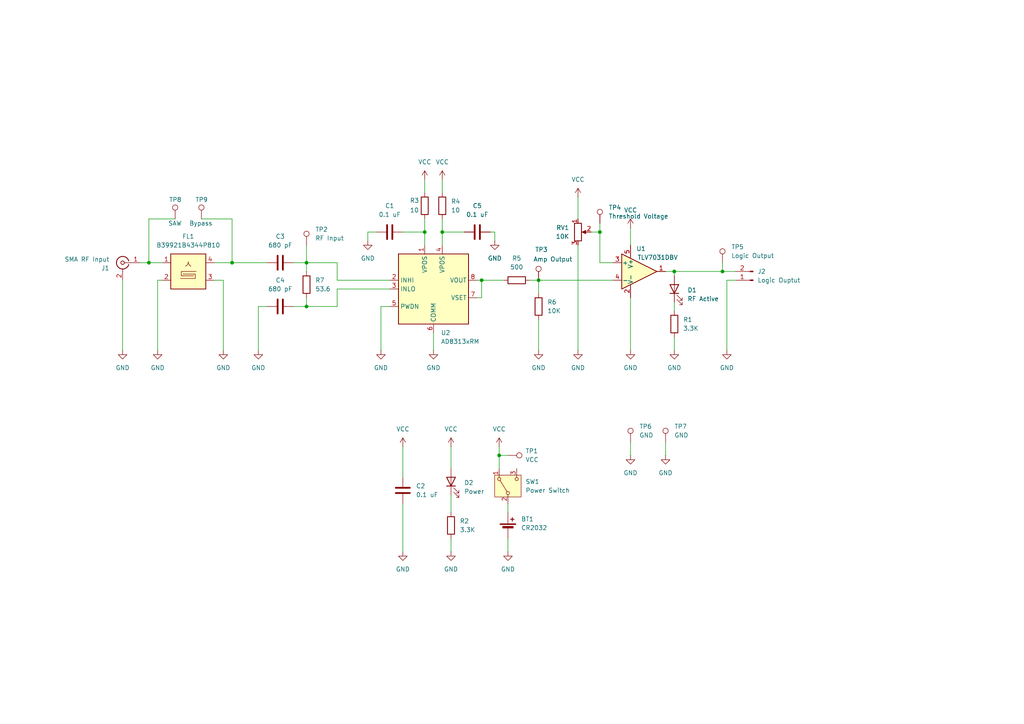
<source format=kicad_sch>
(kicad_sch (version 20250114) (generator "eeschema") (generator_version "9.0")
  (paper "A4")
  (lib_symbols
    (symbol "Comparator:TLV7031DBV" (pin_names (offset 0.127))
      (property "Reference" "U" (at -1.27 6.35 0))
      (property "Value" "TLV7031DBV" (at -1.27 3.81 0))
      (symbol "TLV7031DBV_0_1"
        (polyline (pts (xy -5.08 5.08) (xy 5.08 0) (xy -5.08 -5.08) (xy -5.08 5.08)) (stroke (width 0.254)) (fill (type background)))
        (pin power_in line (at -2.54 7.62 270) (length 3.81) (name "V+") (number "5"))
        (pin power_in line (at -2.54 -7.62 90) (length 3.81) (name "V-") (number "2"))
      )
      (symbol "TLV7031DBV_1_1"
        (pin input line (at -7.62 2.54 0) (length 2.54) (name "+") (number "3"))
        (pin input line (at -7.62 -2.54 0) (length 2.54) (name "-") (number "4"))
        (pin output line (at 7.62 0 180) (length 2.54) (name "~") (number "1"))
      )
    )
    (symbol "Connector:Conn_01x02_Pin" (pin_names (offset 1.016) (hide yes))
      (property "Reference" "J" (at 0 2.54 0))
      (property "Value" "Conn_01x02_Pin" (at 0 -5.08 0))
      (symbol "Conn_01x02_Pin_1_1"
        (rectangle (start 0.8636 0.127) (end 0 -0.127) (stroke (width 0.1524)) (fill (type outline)))
        (rectangle (start 0.8636 -2.413) (end 0 -2.667) (stroke (width 0.1524)) (fill (type outline)))
        (polyline (pts (xy 1.27 0) (xy 0.8636 0)) (stroke (width 0.1524)))
        (polyline (pts (xy 1.27 -2.54) (xy 0.8636 -2.54)) (stroke (width 0.1524)))
        (pin passive line (at 5.08 0 180) (length 3.81) (name "Pin_1") (number "1"))
        (pin passive line (at 5.08 -2.54 180) (length 3.81) (name "Pin_2") (number "2"))
      )
    )
    (symbol "Connector:Conn_Coaxial" (pin_names (offset 1.016) (hide yes))
      (property "Reference" "J" (at 0.254 3.048 0))
      (property "Value" "Conn_Coaxial" (at 2.921 0 90))
      (symbol "Conn_Coaxial_0_1"
        (polyline (pts (xy -2.54 0) (xy -0.508 0)))
        (arc (start 1.778 0) (mid 0.222 -1.8079) (end -1.778 -0.508) (stroke (width 0.254)))
        (arc (start -1.778 0.508) (mid 0.2221 1.8084) (end 1.778 0) (stroke (width 0.254)))
        (circle (center 0 0) (radius 0.508) (stroke (width 0.2032)))
        (polyline (pts (xy 0 -2.54) (xy 0 -1.778)))
      )
      (symbol "Conn_Coaxial_1_1"
        (pin passive line (at -5.08 0 0) (length 2.54) (name "In") (number "1"))
        (pin passive line (at 0 -5.08 90) (length 2.54) (name "Ext") (number "2"))
      )
    )
    (symbol "Connector:TestPoint" (pin_numbers (hide yes)) (pin_names (offset 0.762) (hide yes))
      (property "Reference" "TP" (at 0 6.858 0))
      (property "Value" "TestPoint" (at 0 5.08 0))
      (symbol "TestPoint_0_1"
        (circle (center 0 3.302) (radius 0.762))
      )
      (symbol "TestPoint_1_1"
        (pin passive line (at 0 0 90) (length 2.54) (name "1") (number "1"))
      )
    )
    (symbol "Device:Battery_Cell" (pin_numbers (hide yes)) (pin_names (offset 0) (hide yes))
      (property "Reference" "BT" (at 2.54 2.54 0))
      (property "Value" "Battery_Cell" (at 2.54 0 0))
      (symbol "Battery_Cell_0_1"
        (rectangle (start -2.286 1.778) (end 2.286 1.524) (fill (type outline)))
        (rectangle (start -1.524 1.016) (end 1.524 0.508) (fill (type outline)))
        (polyline (pts (xy 0 1.778) (xy 0 2.54)))
        (polyline (pts (xy 0 0.762) (xy 0 0)))
        (polyline (pts (xy 0.762 3.048) (xy 1.778 3.048)) (stroke (width 0.254)))
        (polyline (pts (xy 1.27 3.556) (xy 1.27 2.54)) (stroke (width 0.254)))
      )
      (symbol "Battery_Cell_1_1"
        (pin passive line (at 0 5.08 270) (length 2.54) (name "+") (number "1"))
        (pin passive line (at 0 -2.54 90) (length 2.54) (name "-") (number "2"))
      )
    )
    (symbol "Device:C" (pin_numbers (hide yes)) (pin_names (offset 0.254))
      (property "Reference" "C" (at 0.635 2.54 0))
      (property "Value" "C" (at 0.635 -2.54 0))
      (symbol "C_0_1"
        (polyline (pts (xy -2.032 0.762) (xy 2.032 0.762)) (stroke (width 0.508)))
        (polyline (pts (xy -2.032 -0.762) (xy 2.032 -0.762)) (stroke (width 0.508)))
      )
      (symbol "C_1_1"
        (pin passive line (at 0 3.81 270) (length 2.794) (name "~") (number "1"))
        (pin passive line (at 0 -3.81 90) (length 2.794) (name "~") (number "2"))
      )
    )
    (symbol "Device:LED" (pin_numbers (hide yes)) (pin_names (offset 1.016) (hide yes))
      (property "Reference" "D" (at 0 2.54 0))
      (property "Value" "LED" (at 0 -2.54 0))
      (symbol "LED_0_1"
        (polyline (pts (xy -3.048 -0.762) (xy -4.572 -2.286) (xy -3.81 -2.286) (xy -4.572 -2.286) (xy -4.572 -1.524)))
        (polyline (pts (xy -1.778 -0.762) (xy -3.302 -2.286) (xy -2.54 -2.286) (xy -3.302 -2.286) (xy -3.302 -1.524)))
        (polyline (pts (xy -1.27 0) (xy 1.27 0)))
        (polyline (pts (xy -1.27 -1.27) (xy -1.27 1.27)) (stroke (width 0.254)))
        (polyline (pts (xy 1.27 -1.27) (xy 1.27 1.27) (xy -1.27 0) (xy 1.27 -1.27)) (stroke (width 0.254)))
      )
      (symbol "LED_1_1"
        (pin passive line (at -3.81 0 0) (length 2.54) (name "K") (number "1"))
        (pin passive line (at 3.81 0 180) (length 2.54) (name "A") (number "2"))
      )
    )
    (symbol "Device:R" (pin_numbers (hide yes)) (pin_names (offset 0))
      (property "Reference" "R" (at 2.032 0 90))
      (property "Value" "R" (at 0 0 90))
      (symbol "R_0_1"
        (rectangle (start -1.016 -2.54) (end 1.016 2.54) (stroke (width 0.254)))
      )
      (symbol "R_1_1"
        (pin passive line (at 0 3.81 270) (length 1.27) (name "~") (number "1"))
        (pin passive line (at 0 -3.81 90) (length 1.27) (name "~") (number "2"))
      )
    )
    (symbol "Device:R_Potentiometer" (pin_names (offset 1.016) (hide yes))
      (property "Reference" "RV" (at -4.445 0 90))
      (property "Value" "R_Potentiometer" (at -2.54 0 90))
      (symbol "R_Potentiometer_0_1"
        (rectangle (start 1.016 2.54) (end -1.016 -2.54) (stroke (width 0.254)))
        (polyline (pts (xy 1.143 0) (xy 2.286 0.508) (xy 2.286 -0.508) (xy 1.143 0)) (fill (type outline)))
        (polyline (pts (xy 2.54 0) (xy 1.524 0)))
      )
      (symbol "R_Potentiometer_1_1"
        (pin passive line (at 0 3.81 270) (length 1.27) (name "1") (number "1"))
        (pin passive line (at 0 -3.81 90) (length 1.27) (name "3") (number "3"))
        (pin passive line (at 3.81 0 180) (length 1.27) (name "2") (number "2"))
      )
    )
    (symbol "Filter:SAFFA942MFM0F0A" (pin_names (offset 1.016))
      (property "Reference" "FL" (at 2.54 -6.35 0))
      (property "Value" "SAFFA942MFM0F0A" (at 0 6.35 0))
      (symbol "SAFFA942MFM0F0A_0_1"
        (rectangle (start -5.08 5.08) (end 5.08 -5.08) (stroke (width 0.254)) (fill (type background)))
        (polyline (pts (xy -1.524 -0.762) (xy -1.27 -0.762)))
        (polyline (pts (xy -1.524 -1.27) (xy -2.032 -1.27) (xy -2.032 0) (xy 2.286 0)))
        (arc (start 0 2.794) (mid -0.1994 2.05) (end -0.762 1.524))
        (arc (start 0.762 1.524) (mid 0.2071 2.0547) (end 0 2.794))
        (polyline (pts (xy 1.524 -0.762) (xy -1.27 -0.762)))
        (polyline (pts (xy 1.524 -0.762) (xy 2.032 -0.762) (xy 2.032 -2.032) (xy -2.286 -2.032)))
        (polyline (pts (xy 1.524 -1.27) (xy -1.524 -1.27)))
      )
      (symbol "SAFFA942MFM0F0A_1_1"
        (pin passive line (at -7.62 2.54 0) (length 2.54) (name "~") (number "1"))
        (pin passive line (at -7.62 -2.54 0) (length 2.54) (name "~") (number "2"))
        (pin passive line (at -7.62 -2.54 0) (length 2.54) (hide yes) (name "~") (number "5"))
        (pin passive line (at 7.62 2.54 180) (length 2.54) (name "~") (number "4"))
        (pin passive line (at 7.62 -2.54 180) (length 2.54) (name "~") (number "3"))
      )
    )
    (symbol "RF_Amplifier:AD8313xRM"
      (property "Reference" "U" (at 5.08 17.78 0))
      (property "Value" "AD8313xRM" (at 7.62 15.24 0))
      (symbol "AD8313xRM_0_1"
        (rectangle (start -10.16 10.16) (end 10.16 -10.16) (stroke (width 0.254)) (fill (type background)))
      )
      (symbol "AD8313xRM_1_1"
        (pin input line (at -12.7 2.54 0) (length 2.54) (name "INHI") (number "2"))
        (pin input line (at -12.7 0 0) (length 2.54) (name "INLO") (number "3"))
        (pin input line (at -12.7 -5.08 0) (length 2.54) (name "PWDN") (number "5"))
        (pin power_in line (at -2.54 12.7 270) (length 2.54) (name "VPOS") (number "1"))
        (pin power_in line (at 0 -12.7 90) (length 2.54) (name "COMM") (number "6"))
        (pin power_in line (at 2.54 12.7 270) (length 2.54) (name "VPOS") (number "4"))
        (pin output line (at 12.7 2.54 180) (length 2.54) (name "VOUT") (number "8"))
        (pin input line (at 12.7 -2.54 180) (length 2.54) (name "VSET") (number "7"))
      )
    )
    (symbol "Switch:SW_SPDT" (pin_names (offset 0) (hide yes))
      (property "Reference" "SW" (at 0 5.08 0))
      (property "Value" "SW_SPDT" (at 0 -5.08 0))
      (symbol "SW_SPDT_0_1"
        (circle (center -2.032 0) (radius 0.4572))
        (polyline (pts (xy -1.651 0.254) (xy 1.651 2.286)))
        (circle (center 2.032 2.54) (radius 0.4572))
        (circle (center 2.032 -2.54) (radius 0.4572))
      )
      (symbol "SW_SPDT_1_1"
        (rectangle (start -3.175 3.81) (end 3.175 -3.81) (fill (type background)))
        (pin passive line (at -5.08 0 0) (length 2.54) (name "B") (number "2"))
        (pin passive line (at 5.08 2.54 180) (length 2.54) (name "A") (number "1"))
        (pin passive line (at 5.08 -2.54 180) (length 2.54) (name "C") (number "3"))
      )
    )
    (symbol "power:GND" (power) (pin_numbers (hide yes)) (pin_names (offset 0) (hide yes))
      (property "Value" "GND" (at 0 -3.81 0))
      (symbol "GND_0_1"
        (polyline (pts (xy 0 0) (xy 0 -1.27) (xy 1.27 -1.27) (xy 0 -2.54) (xy -1.27 -1.27) (xy 0 -1.27)))
      )
      (symbol "GND_1_1"
        (pin power_in line (at 0 0 270) (length 0) (name "~") (number "1"))
      )
    )
    (symbol "power:VCC" (power) (pin_numbers (hide yes)) (pin_names (offset 0) (hide yes))
      (property "Value" "VCC" (at 0 3.556 0))
      (symbol "VCC_0_1"
        (polyline (pts (xy -0.762 1.27) (xy 0 2.54)))
        (polyline (pts (xy 0 2.54) (xy 0.762 1.27)))
        (polyline (pts (xy 0 0) (xy 0 2.54)))
      )
      (symbol "VCC_1_1"
        (pin power_in line (at 0 0 90) (length 0) (name "~") (number "1"))
      )
    )
  )
  (junction (at 144.78 132.08))
  (junction (at 195.58 78.74))
  (junction (at 88.9 88.9))
  (junction (at 128.27 67.31))
  (junction (at 156.21 81.28))
  (junction (at 123.19 67.31))
  (junction (at 43.18 76.2))
  (junction (at 139.7 81.28))
  (junction (at 67.31 76.2))
  (junction (at 173.99 67.31))
  (junction (at 209.55 78.74))
  (junction (at 88.9 76.2))
  (wire (pts (xy 88.9 76.2) (xy 88.9 78.74)))
  (wire (pts (xy 153.67 81.28) (xy 156.21 81.28)))
  (wire (pts (xy 123.19 52.07) (xy 123.19 55.88)))
  (wire (pts (xy 116.84 129.54) (xy 116.84 138.43)))
  (wire (pts (xy 147.32 146.05) (xy 147.32 148.59)))
  (wire (pts (xy 193.04 78.74) (xy 195.58 78.74)))
  (wire (pts (xy 128.27 52.07) (xy 128.27 55.88)))
  (wire (pts (xy 193.04 128.27) (xy 193.04 132.08)))
  (wire (pts (xy 144.78 129.54) (xy 144.78 132.08)))
  (wire (pts (xy 139.7 81.28) (xy 146.05 81.28)))
  (wire (pts (xy 74.93 88.9) (xy 77.47 88.9)))
  (wire (pts (xy 110.49 88.9) (xy 110.49 101.6)))
  (wire (pts (xy 128.27 71.12) (xy 128.27 67.31)))
  (wire (pts (xy 64.77 81.28) (xy 64.77 101.6)))
  (wire (pts (xy 123.19 67.31) (xy 123.19 71.12)))
  (wire (pts (xy 210.82 81.28) (xy 210.82 101.6)))
  (wire (pts (xy 88.9 88.9) (xy 97.79 88.9)))
  (wire (pts (xy 213.36 81.28) (xy 210.82 81.28)))
  (wire (pts (xy 43.18 76.2) (xy 46.99 76.2)))
  (wire (pts (xy 182.88 86.36) (xy 182.88 101.6)))
  (wire (pts (xy 130.81 156.21) (xy 130.81 160.02)))
  (wire (pts (xy 88.9 76.2) (xy 97.79 76.2)))
  (wire (pts (xy 40.64 76.2) (xy 43.18 76.2)))
  (wire (pts (xy 35.56 81.28) (xy 35.56 101.6)))
  (wire (pts (xy 116.84 146.05) (xy 116.84 160.02)))
  (wire (pts (xy 88.9 86.36) (xy 88.9 88.9)))
  (wire (pts (xy 156.21 81.28) (xy 156.21 85.09)))
  (wire (pts (xy 113.03 88.9) (xy 110.49 88.9)))
  (wire (pts (xy 116.84 67.31) (xy 123.19 67.31)))
  (wire (pts (xy 45.72 81.28) (xy 45.72 101.6)))
  (wire (pts (xy 74.93 101.6) (xy 74.93 88.9)))
  (wire (pts (xy 97.79 76.2) (xy 97.79 81.28)))
  (wire (pts (xy 85.09 88.9) (xy 88.9 88.9)))
  (wire (pts (xy 195.58 97.79) (xy 195.58 101.6)))
  (wire (pts (xy 106.68 67.31) (xy 106.68 69.85)))
  (wire (pts (xy 62.23 76.2) (xy 67.31 76.2)))
  (wire (pts (xy 67.31 63.5) (xy 67.31 76.2)))
  (wire (pts (xy 182.88 66.04) (xy 182.88 71.12)))
  (wire (pts (xy 144.78 132.08) (xy 144.78 135.89)))
  (wire (pts (xy 195.58 78.74) (xy 209.55 78.74)))
  (wire (pts (xy 147.32 156.21) (xy 147.32 160.02)))
  (wire (pts (xy 173.99 67.31) (xy 173.99 76.2)))
  (wire (pts (xy 109.22 67.31) (xy 106.68 67.31)))
  (wire (pts (xy 138.43 86.36) (xy 139.7 86.36)))
  (wire (pts (xy 45.72 81.28) (xy 46.99 81.28)))
  (wire (pts (xy 142.24 67.31) (xy 143.51 67.31)))
  (wire (pts (xy 195.58 78.74) (xy 195.58 80.01)))
  (wire (pts (xy 139.7 81.28) (xy 139.7 86.36)))
  (wire (pts (xy 130.81 143.51) (xy 130.81 148.59)))
  (wire (pts (xy 125.73 96.52) (xy 125.73 101.6)))
  (wire (pts (xy 182.88 128.27) (xy 182.88 132.08)))
  (wire (pts (xy 209.55 76.2) (xy 209.55 78.74)))
  (wire (pts (xy 97.79 88.9) (xy 97.79 83.82)))
  (wire (pts (xy 143.51 67.31) (xy 143.51 69.85)))
  (wire (pts (xy 130.81 129.54) (xy 130.81 135.89)))
  (wire (pts (xy 171.45 67.31) (xy 173.99 67.31)))
  (wire (pts (xy 144.78 132.08) (xy 147.32 132.08)))
  (wire (pts (xy 50.8 63.5) (xy 43.18 63.5)))
  (wire (pts (xy 43.18 63.5) (xy 43.18 76.2)))
  (wire (pts (xy 167.64 71.12) (xy 167.64 101.6)))
  (wire (pts (xy 97.79 81.28) (xy 113.03 81.28)))
  (wire (pts (xy 156.21 92.71) (xy 156.21 101.6)))
  (wire (pts (xy 88.9 71.12) (xy 88.9 76.2)))
  (wire (pts (xy 167.64 57.15) (xy 167.64 63.5)))
  (wire (pts (xy 62.23 81.28) (xy 64.77 81.28)))
  (wire (pts (xy 123.19 67.31) (xy 123.19 63.5)))
  (wire (pts (xy 138.43 81.28) (xy 139.7 81.28)))
  (wire (pts (xy 173.99 64.77) (xy 173.99 67.31)))
  (wire (pts (xy 156.21 81.28) (xy 177.8 81.28)))
  (wire (pts (xy 128.27 67.31) (xy 134.62 67.31)))
  (wire (pts (xy 67.31 76.2) (xy 77.47 76.2)))
  (wire (pts (xy 195.58 87.63) (xy 195.58 90.17)))
  (wire (pts (xy 97.79 83.82) (xy 113.03 83.82)))
  (wire (pts (xy 58.42 63.5) (xy 67.31 63.5)))
  (wire (pts (xy 209.55 78.74) (xy 213.36 78.74)))
  (wire (pts (xy 128.27 63.5) (xy 128.27 67.31)))
  (wire (pts (xy 85.09 76.2) (xy 88.9 76.2)))
  (wire (pts (xy 173.99 76.2) (xy 177.8 76.2)))
  (symbol (lib_id "power:GND") (at 110.49 101.6 0) (unit 1)
    (property "Reference" "#PWR013" (effects (hide yes)))
    (property "Value" "GND" (at 110.49 106.68 0))
    (property "Description" "Power symbol creates a global label with name \"GND\" , ground" (effects (hide yes)))
  )
  (symbol (lib_id "Device:C") (at 81.28 76.2 90) (unit 1)
    (property "Reference" "C3" (at 81.28 68.58 90))
    (property "Value" "680 pF" (at 81.28 71.12 90))
    (property "Footprint" "Capacitor_SMD:C_0603_1608Metric_Pad1.08x0.95mm_HandSolder" (effects (hide yes)))
    (property "Description" "Unpolarized capacitor" (effects (hide yes)))
  )
  (symbol (lib_id "Device:C") (at 113.03 67.31 90) (unit 1)
    (property "Reference" "C1" (at 113.03 59.69 90))
    (property "Value" "0.1 uF" (at 113.03 62.23 90))
    (property "Footprint" "Capacitor_SMD:C_0603_1608Metric_Pad1.08x0.95mm_HandSolder" (effects (hide yes)))
    (property "Description" "Unpolarized capacitor" (effects (hide yes)))
  )
  (symbol (lib_id "Connector:TestPoint") (at 156.21 81.28 0) (unit 1)
    (property "Reference" "TP3" (at 155.194 72.39 0) (effects (justify left)))
    (property "Value" "Amp Output" (at 154.686 75.184 0) (effects (justify left)))
    (property "Footprint" "TestPoint:TestPoint_Loop_D2.54mm_Drill1.5mm_Beaded" (effects (hide yes)))
    (property "Description" "test point" (effects (hide yes)))
  )
  (symbol (lib_id "Connector:TestPoint") (at 173.99 64.77 0) (unit 1)
    (property "Reference" "TP4" (at 176.53 60.1979 0) (effects (justify left)))
    (property "Value" "Threshold Voltage" (at 176.53 62.7379 0) (effects (justify left)))
    (property "Footprint" "TestPoint:TestPoint_Loop_D2.54mm_Drill1.5mm_Beaded" (effects (hide yes)))
    (property "Description" "test point" (effects (hide yes)))
  )
  (symbol (lib_id "Device:Battery_Cell") (at 147.32 153.67 0) (unit 1)
    (property "Reference" "BT1" (at 151.13 150.5584 0) (effects (justify left)))
    (property "Value" "CR2032" (at 151.13 153.0984 0) (effects (justify left)))
    (property "Footprint" "Battery:BatteryHolder_MYOUNG_BS-07-A1BJ001_CR2032" (effects (hide yes)))
    (property "Description" "Single-cell battery" (effects (hide yes)))
  )
  (symbol (lib_id "Device:R") (at 156.21 88.9 180) (unit 1)
    (property "Reference" "R6" (at 158.75 87.6299 0) (effects (justify right)))
    (property "Value" "10K" (at 158.75 90.1699 0) (effects (justify right)))
    (property "Footprint" "Resistor_SMD:R_0603_1608Metric_Pad0.98x0.95mm_HandSolder" (effects (hide yes)))
    (property "Description" "Resistor" (effects (hide yes)))
  )
  (symbol (lib_id "power:GND") (at 74.93 101.6 0) (unit 1)
    (property "Reference" "#PWR021" (effects (hide yes)))
    (property "Value" "GND" (at 74.93 106.68 0))
    (property "Description" "Power symbol creates a global label with name \"GND\" , ground" (effects (hide yes)))
  )
  (symbol (lib_id "Connector:TestPoint") (at 58.42 63.5 0) (unit 1)
    (property "Reference" "TP9" (at 56.642 57.912 0) (effects (justify left)))
    (property "Value" "Bypass" (at 54.864 64.77 0) (effects (justify left)))
    (property "Footprint" "TestPoint:TestPoint_Pad_1.0x1.0mm" (effects (hide yes)))
    (property "Description" "test point" (effects (hide yes)))
  )
  (symbol (lib_id "power:GND") (at 167.64 101.6 0) (unit 1)
    (property "Reference" "#PWR09" (effects (hide yes)))
    (property "Value" "GND" (at 167.64 106.68 0))
    (property "Description" "Power symbol creates a global label with name \"GND\" , ground" (effects (hide yes)))
  )
  (symbol (lib_id "Filter:SAFFA942MFM0F0A") (at 54.61 78.74 0) (unit 1)
    (property "Reference" "FL1" (at 54.61 68.58 0))
    (property "Value" "B39921B4344P810" (at 54.61 71.12 0))
    (property "Footprint" "Filter:Filter_1411-5_1.4x1.1mm" (effects (hide yes)))
    (property "Datasheet" "https://www.murata.com/~/media/webrenewal/support/library/catalog/products/filter/rf/p73e.ashx?la=en" (effects (hide yes)))
    (property "Description" "Murata 942.5MHz SAW filter, SMD 1411" (effects (hide yes)))
  )
  (symbol (lib_id "power:GND") (at 210.82 101.6 0) (unit 1)
    (property "Reference" "#PWR08" (effects (hide yes)))
    (property "Value" "GND" (at 210.82 106.68 0))
    (property "Description" "Power symbol creates a global label with name \"GND\" , ground" (effects (hide yes)))
  )
  (symbol (lib_id "power:VCC") (at 128.27 52.07 0) (unit 1)
    (property "Reference" "#PWR019" (effects (hide yes)))
    (property "Value" "VCC" (at 128.27 46.99 0))
    (property "Description" "Power symbol creates a global label with name \"VCC\"" (effects (hide yes)))
  )
  (symbol (lib_id "power:VCC") (at 123.19 52.07 0) (unit 1)
    (property "Reference" "#PWR017" (effects (hide yes)))
    (property "Value" "VCC" (at 123.19 46.99 0))
    (property "Description" "Power symbol creates a global label with name \"VCC\"" (effects (hide yes)))
  )
  (symbol (lib_id "Device:R") (at 128.27 59.69 0) (unit 1)
    (property "Reference" "R4" (at 130.81 58.4199 0) (effects (justify left)))
    (property "Value" "10" (at 130.81 60.9599 0) (effects (justify left)))
    (property "Footprint" "Resistor_SMD:R_0603_1608Metric_Pad0.98x0.95mm_HandSolder" (effects (hide yes)))
    (property "Description" "Resistor" (effects (hide yes)))
  )
  (symbol (lib_id "Connector:Conn_Coaxial") (at 35.56 76.2 0) (mirror y) (unit 1)
    (property "Reference" "J1" (at 31.75 77.7633 0) (effects (justify left)))
    (property "Value" "SMA RF Input" (at 31.75 75.2233 0) (effects (justify left)))
    (property "Footprint" "Connector_Coaxial:SMA_Samtec_SMA-J-P-H-ST-EM1_EdgeMount" (effects (hide yes)))
    (property "Description" "coaxial connector (BNC, SMA, SMB, SMC, Cinch/RCA, LEMO, ...)" (effects (hide yes)))
  )
  (symbol (lib_id "power:GND") (at 147.32 160.02 0) (unit 1)
    (property "Reference" "#PWR01" (effects (hide yes)))
    (property "Value" "GND" (at 147.32 165.1 0))
    (property "Description" "Power symbol creates a global label with name \"GND\" , ground" (effects (hide yes)))
  )
  (symbol (lib_id "power:GND") (at 156.21 101.6 0) (unit 1)
    (property "Reference" "#PWR020" (effects (hide yes)))
    (property "Value" "GND" (at 156.21 106.68 0))
    (property "Description" "Power symbol creates a global label with name \"GND\" , ground" (effects (hide yes)))
  )
  (symbol (lib_id "power:VCC") (at 130.81 129.54 0) (unit 1)
    (property "Reference" "#PWR04" (effects (hide yes)))
    (property "Value" "VCC" (at 130.81 124.46 0))
    (property "Description" "Power symbol creates a global label with name \"VCC\"" (effects (hide yes)))
  )
  (symbol (lib_id "Connector:TestPoint") (at 193.04 128.27 0) (unit 1)
    (property "Reference" "TP7" (at 195.58 123.6979 0) (effects (justify left)))
    (property "Value" "GND" (at 195.58 126.2379 0) (effects (justify left)))
    (property "Footprint" "TestPoint:TestPoint_Loop_D2.54mm_Drill1.5mm_Beaded" (effects (hide yes)))
    (property "Description" "test point" (effects (hide yes)))
  )
  (symbol (lib_id "Device:R") (at 149.86 81.28 90) (unit 1)
    (property "Reference" "R5" (at 149.86 74.93 90))
    (property "Value" "500" (at 149.86 77.47 90))
    (property "Footprint" "Resistor_SMD:R_0603_1608Metric_Pad0.98x0.95mm_HandSolder" (effects (hide yes)))
    (property "Description" "Resistor" (effects (hide yes)))
  )
  (symbol (lib_id "power:GND") (at 143.51 69.85 0) (unit 1)
    (property "Reference" "#PWR018" (effects (hide yes)))
    (property "Value" "GND" (at 143.51 74.93 0))
    (property "Description" "Power symbol creates a global label with name \"GND\" , ground" (effects (hide yes)))
  )
  (symbol (lib_id "power:GND") (at 45.72 101.6 0) (unit 1)
    (property "Reference" "#PWR022" (effects (hide yes)))
    (property "Value" "GND" (at 45.72 106.68 0))
    (property "Description" "Power symbol creates a global label with name \"GND\" , ground" (effects (hide yes)))
  )
  (symbol (lib_id "power:GND") (at 106.68 69.85 0) (unit 1)
    (property "Reference" "#PWR016" (effects (hide yes)))
    (property "Value" "GND" (at 106.68 74.93 0))
    (property "Description" "Power symbol creates a global label with name \"GND\" , ground" (effects (hide yes)))
  )
  (symbol (lib_id "power:GND") (at 182.88 101.6 0) (unit 1)
    (property "Reference" "#PWR06" (effects (hide yes)))
    (property "Value" "GND" (at 182.88 106.68 0))
    (property "Description" "Power symbol creates a global label with name \"GND\" , ground" (effects (hide yes)))
  )
  (symbol (lib_id "Device:C") (at 81.28 88.9 90) (unit 1)
    (property "Reference" "C4" (at 81.28 81.28 90))
    (property "Value" "680 pF" (at 81.28 83.82 90))
    (property "Footprint" "Capacitor_SMD:C_0603_1608Metric_Pad1.08x0.95mm_HandSolder" (effects (hide yes)))
    (property "Description" "Unpolarized capacitor" (effects (hide yes)))
  )
  (symbol (lib_id "power:GND") (at 182.88 132.08 0) (unit 1)
    (property "Reference" "#PWR024" (effects (hide yes)))
    (property "Value" "GND" (at 182.88 137.16 0))
    (property "Description" "Power symbol creates a global label with name \"GND\" , ground" (effects (hide yes)))
  )
  (symbol (lib_id "Comparator:TLV7031DBV") (at 185.42 78.74 0) (unit 1)
    (property "Reference" "U1" (at 185.928 72.136 0))
    (property "Value" "TLV7031DBV" (at 190.754 74.676 0))
    (property "Footprint" "Package_TO_SOT_SMD:SOT-23-5" (effects (hide yes)))
    (property "Datasheet" "https://www.ti.com/lit/ds/symlink/tlv7031.pdf" (effects (hide yes)))
    (property "Description" "Single, 1.6V-6.5V, 315nA Quiescent, Push-Pull Output, Comparator, SOT-23-5/SC-70" (effects (hide yes)))
  )
  (symbol (lib_id "Connector:Conn_01x02_Pin") (at 218.44 81.28 180) (unit 1)
    (property "Reference" "J2" (at 219.71 78.7399 0) (effects (justify right)))
    (property "Value" "Logic Ouptut" (at 219.71 81.2799 0) (effects (justify right)))
    (property "Footprint" "Connector_PinHeader_2.54mm:PinHeader_1x02_P2.54mm_Vertical" (effects (hide yes)))
    (property "Description" "Generic connector, single row, 01x02, script generated" (effects (hide yes)))
  )
  (symbol (lib_id "power:GND") (at 64.77 101.6 0) (unit 1)
    (property "Reference" "#PWR023" (effects (hide yes)))
    (property "Value" "GND" (at 64.77 106.68 0))
    (property "Description" "Power symbol creates a global label with name \"GND\" , ground" (effects (hide yes)))
  )
  (symbol (lib_id "Switch:SW_SPDT") (at 147.32 140.97 90) (unit 1)
    (property "Reference" "SW1" (at 152.4 139.6999 90) (effects (justify right)))
    (property "Value" "Power Switch" (at 152.4 142.2399 90) (effects (justify right)))
    (property "Footprint" "Button_Switch_SMD:SW_SPDT_CK_JS102011SAQN" (effects (hide yes)))
    (property "Description" "Switch, single pole double throw" (effects (hide yes)))
  )
  (symbol (lib_id "Device:LED") (at 195.58 83.82 90) (unit 1)
    (property "Reference" "D1" (at 199.39 84.1374 90) (effects (justify right)))
    (property "Value" "RF Active" (at 199.39 86.6774 90) (effects (justify right)))
    (property "Footprint" "LED_SMD:LED_0603_1608Metric" (effects (hide yes)))
    (property "Description" "Light emitting diode" (effects (hide yes)))
    (property "Sim.Pins" "1=K 2=A" (effects (hide yes)))
  )
  (symbol (lib_id "power:GND") (at 195.58 101.6 0) (unit 1)
    (property "Reference" "#PWR011" (effects (hide yes)))
    (property "Value" "GND" (at 195.58 106.68 0))
    (property "Description" "Power symbol creates a global label with name \"GND\" , ground" (effects (hide yes)))
  )
  (symbol (lib_id "power:GND") (at 35.56 101.6 0) (unit 1)
    (property "Reference" "#PWR012" (effects (hide yes)))
    (property "Value" "GND" (at 35.56 106.68 0))
    (property "Description" "Power symbol creates a global label with name \"GND\" , ground" (effects (hide yes)))
  )
  (symbol (lib_id "Connector:TestPoint") (at 50.8 63.5 0) (unit 1)
    (property "Reference" "TP8" (at 49.022 57.912 0) (effects (justify left)))
    (property "Value" "SAW" (at 48.768 64.77 0) (effects (justify left)))
    (property "Footprint" "TestPoint:TestPoint_Pad_1.0x1.0mm" (effects (hide yes)))
    (property "Description" "test point" (effects (hide yes)))
  )
  (symbol (lib_id "Device:R") (at 195.58 93.98 0) (unit 1)
    (property "Reference" "R1" (at 198.12 92.7099 0) (effects (justify left)))
    (property "Value" "3.3K" (at 198.12 95.2499 0) (effects (justify left)))
    (property "Footprint" "Resistor_SMD:R_0603_1608Metric_Pad0.98x0.95mm_HandSolder" (effects (hide yes)))
    (property "Description" "Resistor" (effects (hide yes)))
  )
  (symbol (lib_id "power:GND") (at 116.84 160.02 0) (unit 1)
    (property "Reference" "#PWR015" (effects (hide yes)))
    (property "Value" "GND" (at 116.84 165.1 0))
    (property "Description" "Power symbol creates a global label with name \"GND\" , ground" (effects (hide yes)))
  )
  (symbol (lib_id "power:GND") (at 130.81 160.02 0) (unit 1)
    (property "Reference" "#PWR03" (effects (hide yes)))
    (property "Value" "GND" (at 130.81 165.1 0))
    (property "Description" "Power symbol creates a global label with name \"GND\" , ground" (effects (hide yes)))
  )
  (symbol (lib_id "Device:R") (at 88.9 82.55 0) (unit 1)
    (property "Reference" "R7" (at 91.44 81.2799 0) (effects (justify left)))
    (property "Value" "53.6" (at 91.44 83.8199 0) (effects (justify left)))
    (property "Footprint" "Resistor_SMD:R_0603_1608Metric_Pad0.98x0.95mm_HandSolder" (effects (hide yes)))
    (property "Description" "Resistor" (effects (hide yes)))
  )
  (symbol (lib_id "Device:C") (at 138.43 67.31 90) (unit 1)
    (property "Reference" "C5" (at 138.43 59.69 90))
    (property "Value" "0.1 uF" (at 138.43 62.23 90))
    (property "Footprint" "Capacitor_SMD:C_0603_1608Metric_Pad1.08x0.95mm_HandSolder" (effects (hide yes)))
    (property "Description" "Unpolarized capacitor" (effects (hide yes)))
  )
  (symbol (lib_id "RF_Amplifier:AD8313xRM") (at 125.73 83.82 0) (unit 1)
    (property "Reference" "U2" (at 127.8733 96.52 0) (effects (justify left)))
    (property "Value" "AD8313xRM" (at 127.8733 99.06 0) (effects (justify left)))
    (property "Footprint" "Package_SO:MSOP-8_3x3mm_P0.65mm" (effects (hide yes)))
    (property "Datasheet" "https://www.analog.com/media/en/technical-documentation/data-sheets/AD8313.pdf" (effects (hide yes)))
    (property "Description" "100 MHz to 2.5 GHz, 80 dB Logarithmic Detector / Controller, MSOP-8" (effects (hide yes)))
  )
  (symbol (lib_id "power:GND") (at 125.73 101.6 0) (unit 1)
    (property "Reference" "#PWR05" (effects (hide yes)))
    (property "Value" "GND" (at 125.73 106.68 0))
    (property "Description" "Power symbol creates a global label with name \"GND\" , ground" (effects (hide yes)))
  )
  (symbol (lib_id "power:VCC") (at 144.78 129.54 0) (unit 1)
    (property "Reference" "#PWR02" (effects (hide yes)))
    (property "Value" "VCC" (at 144.78 124.46 0))
    (property "Description" "Power symbol creates a global label with name \"VCC\"" (effects (hide yes)))
  )
  (symbol (lib_id "Device:C") (at 116.84 142.24 0) (unit 1)
    (property "Reference" "C2" (at 120.65 140.9699 0) (effects (justify left)))
    (property "Value" "0.1 uF" (at 120.65 143.5099 0) (effects (justify left)))
    (property "Footprint" "Capacitor_SMD:C_0603_1608Metric_Pad1.08x0.95mm_HandSolder" (effects (hide yes)))
    (property "Description" "Unpolarized capacitor" (effects (hide yes)))
  )
  (symbol (lib_id "Device:LED") (at 130.81 139.7 90) (unit 1)
    (property "Reference" "D2" (at 134.62 140.0174 90) (effects (justify right)))
    (property "Value" "Power" (at 134.62 142.5574 90) (effects (justify right)))
    (property "Footprint" "LED_SMD:LED_0603_1608Metric" (effects (hide yes)))
    (property "Description" "Light emitting diode" (effects (hide yes)))
    (property "Sim.Pins" "1=K 2=A" (effects (hide yes)))
  )
  (symbol (lib_id "power:VCC") (at 167.64 57.15 0) (unit 1)
    (property "Reference" "#PWR010" (effects (hide yes)))
    (property "Value" "VCC" (at 167.64 52.07 0))
    (property "Description" "Power symbol creates a global label with name \"VCC\"" (effects (hide yes)))
  )
  (symbol (lib_id "power:VCC") (at 182.88 66.04 0) (unit 1)
    (property "Reference" "#PWR07" (effects (hide yes)))
    (property "Value" "VCC" (at 182.88 60.96 0))
    (property "Description" "Power symbol creates a global label with name \"VCC\"" (effects (hide yes)))
  )
  (symbol (lib_id "power:GND") (at 193.04 132.08 0) (unit 1)
    (property "Reference" "#PWR025" (effects (hide yes)))
    (property "Value" "GND" (at 193.04 137.16 0))
    (property "Description" "Power symbol creates a global label with name \"GND\" , ground" (effects (hide yes)))
  )
  (symbol (lib_id "power:VCC") (at 116.84 129.54 0) (unit 1)
    (property "Reference" "#PWR014" (effects (hide yes)))
    (property "Value" "VCC" (at 116.84 124.46 0))
    (property "Description" "Power symbol creates a global label with name \"VCC\"" (effects (hide yes)))
  )
  (symbol (lib_id "Device:R") (at 130.81 152.4 0) (unit 1)
    (property "Reference" "R2" (at 133.35 151.1299 0) (effects (justify left)))
    (property "Value" "3.3K" (at 133.35 153.6699 0) (effects (justify left)))
    (property "Footprint" "Resistor_SMD:R_0603_1608Metric_Pad0.98x0.95mm_HandSolder" (effects (hide yes)))
    (property "Description" "Resistor" (effects (hide yes)))
  )
  (symbol (lib_id "Device:R") (at 123.19 59.69 0) (unit 1)
    (property "Reference" "R3" (at 118.872 58.166 0) (effects (justify left)))
    (property "Value" "10" (at 118.872 60.96 0) (effects (justify left)))
    (property "Footprint" "Resistor_SMD:R_0603_1608Metric_Pad0.98x0.95mm_HandSolder" (effects (hide yes)))
    (property "Description" "Resistor" (effects (hide yes)))
  )
  (symbol (lib_id "Connector:TestPoint") (at 147.32 132.08 270) (unit 1)
    (property "Reference" "TP1" (at 152.4 130.8099 90) (effects (justify left)))
    (property "Value" "VCC" (at 152.4 133.3499 90) (effects (justify left)))
    (property "Footprint" "TestPoint:TestPoint_Loop_D2.54mm_Drill1.5mm_Beaded" (effects (hide yes)))
    (property "Description" "test point" (effects (hide yes)))
  )
  (symbol (lib_id "Connector:TestPoint") (at 88.9 71.12 0) (unit 1)
    (property "Reference" "TP2" (at 91.44 66.5479 0) (effects (justify left)))
    (property "Value" "RF Input" (at 91.44 69.0879 0) (effects (justify left)))
    (property "Footprint" "TestPoint:TestPoint_Loop_D2.54mm_Drill1.5mm_Beaded" (effects (hide yes)))
    (property "Description" "test point" (effects (hide yes)))
  )
  (symbol (lib_id "Connector:TestPoint") (at 209.55 76.2 0) (unit 1)
    (property "Reference" "TP5" (at 212.09 71.6279 0) (effects (justify left)))
    (property "Value" "Logic Output" (at 212.09 74.1679 0) (effects (justify left)))
    (property "Footprint" "TestPoint:TestPoint_Loop_D2.54mm_Drill1.5mm_Beaded" (effects (hide yes)))
    (property "Description" "test point" (effects (hide yes)))
  )
  (symbol (lib_id "Connector:TestPoint") (at 182.88 128.27 0) (unit 1)
    (property "Reference" "TP6" (at 185.42 123.6979 0) (effects (justify left)))
    (property "Value" "GND" (at 185.42 126.2379 0) (effects (justify left)))
    (property "Footprint" "TestPoint:TestPoint_Loop_D2.54mm_Drill1.5mm_Beaded" (effects (hide yes)))
    (property "Description" "test point" (effects (hide yes)))
  )
  (symbol (lib_id "Device:R_Potentiometer") (at 167.64 67.31 0) (unit 1)
    (property "Reference" "RV1" (at 165.1 66.0399 0) (effects (justify right)))
    (property "Value" "10K" (at 165.1 68.5799 0) (effects (justify right)))
    (property "Footprint" "Potentiometer_THT:Potentiometer_Bourns_3266W_Vertical" (effects (hide yes)))
    (property "Description" "Potentiometer" (effects (hide yes)))
  )
)
</source>
